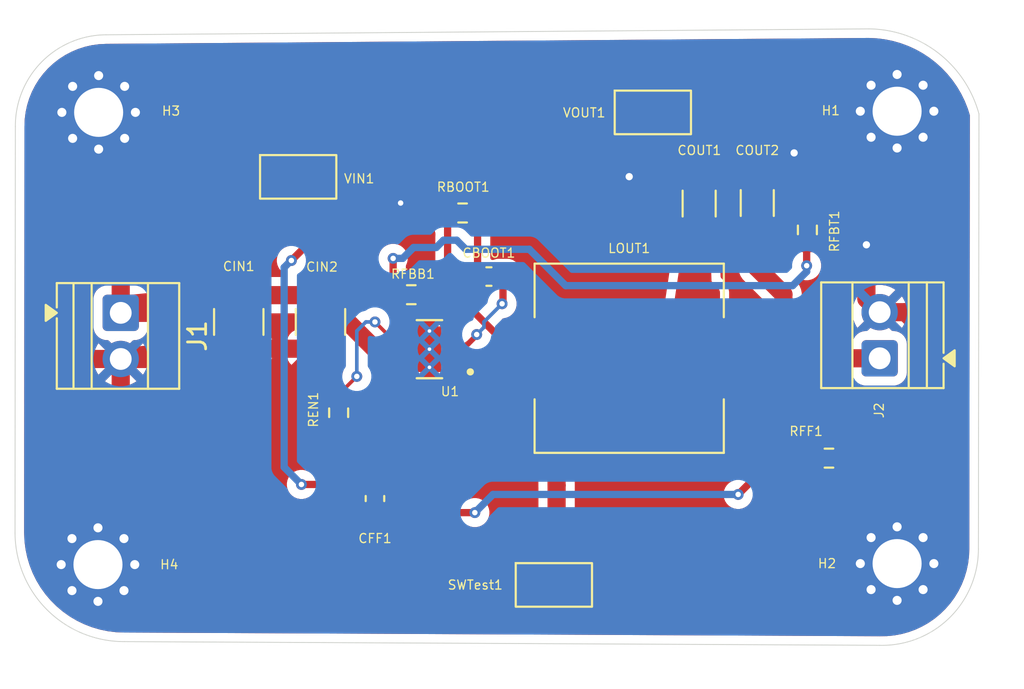
<source format=kicad_pcb>
(kicad_pcb (version 20241229) (generator "pcbnew") (generator_version "9.0")
  (title_block (title "LMR51450 7.4V 4A Buck Converter") (date "2025-09-13") (rev "V0.1") (company "HTRonics") (comment 1 "Akasam Harsha Vardhana Ganesh") (comment 2 "Made by"))
  (layers (0 "F.Cu" signal) (2 "B.Cu" signal) (13 "F.Paste" user) (15 "B.Paste" user) (5 "F.SilkS" user "F.Silkscreen") (7 "B.SilkS" user "B.Silkscreen") (1 "F.Mask" user) (3 "B.Mask" user) (25 "Edge.Cuts" user))
  (net 0 "")
  (net 1 "/FB")
  (net 2 "/SW")
  (net 3 "Net-(CBOOT1-Pad1)")
  (net 4 "/EN")
  (net 5 "/RT")
  (net 6 "/PG")
  (net 7 "/BOOT")
  (net 8 "Net-(CFF1-Pad1)")
  (net 9 "GND")
  (net 10 "/VOUT")
  (net 11 "/VIN")
  (footprint "Capacitor_SMD:C_1210_3225Metric" (layer "F.Cu") (at 145.808 94.808 -90)
    (property "Reference" "CIN2" (at -3.028 -0.082 180) (layer "F.SilkS") (effects (font (size 0.5 0.5) (thickness 0.07))))
    (property "Value" "100nF")
    (fp_line (start -0.711252 1.36) (end 0.711252 1.36) (stroke (width 0.12)) (layer "F.SilkS"))
    (fp_line (start -0.711252 -1.36) (end 0.711252 -1.36) (stroke (width 0.12)) (layer "F.SilkS"))
    (pad "1" smd roundrect (at -1.475 0 270) (size 1.15 2.7) (layers "F.Cu" "F.Mask" "F.Paste") (roundrect_rratio 0.217391) (net 11 "/VIN"))
    (pad "2" smd roundrect (at 1.475 0 270) (size 1.15 2.7) (layers "F.Cu" "F.Mask" "F.Paste") (roundrect_rratio 0.217391) (net 9 "GND"))
  )
  (footprint "TestPoint:TestPoint_Keystone_5019_Miniature" (layer "F.Cu") (at 144.58 86.82)
    (property "Reference" "VIN1" (at 3.36 0.1 0) (layer "F.SilkS") (effects (font (size 0.5 0.5) (thickness 0.07))))
    (property "Value" "5129")
    (fp_rect (start -2.1 -1.2) (end 2.1 1.2) (stroke (width 0.12)) (fill no) (layer "F.SilkS"))
    (pad "1" smd roundrect (at 0 0) (size 3.8 2) (layers "F.Cu" "F.Mask" "F.Paste") (roundrect_rratio 0.125) (net 11 "/VIN"))
  )
  (footprint "Capacitor_SMD:C_1206_3216Metric" (layer "F.Cu") (at 166.66 88.29 90)
    (property "Reference" "COUT1" (at 2.93 0.01 180) (layer "F.SilkS") (effects (font (size 0.5 0.5) (thickness 0.07))))
    (property "Value" "16V 47uF")
    (fp_line (start -0.711252 -0.91) (end 0.711252 -0.91) (stroke (width 0.12)) (layer "F.SilkS"))
    (fp_line (start -0.711252 0.91) (end 0.711252 0.91) (stroke (width 0.12)) (layer "F.SilkS"))
    (pad "1" smd roundrect (at -1.475 0 90) (size 1.15 1.8) (layers "F.Cu" "F.Mask" "F.Paste") (roundrect_rratio 0.217391) (net 10 "/VOUT"))
    (pad "2" smd roundrect (at 1.475 0 90) (size 1.15 1.8) (layers "F.Cu" "F.Mask" "F.Paste") (roundrect_rratio 0.217391) (net 9 "GND"))
  )
  (footprint "TestPoint:TestPoint_Keystone_5019_Miniature" (layer "F.Cu") (at 158.66 109.29)
    (property "Reference" "SWTest1" (at -4.33 0 0) (layer "F.SilkS") (effects (font (size 0.5 0.5) (thickness 0.07))))
    (property "Value" "5019")
    (fp_rect (start -2.1 -1.2) (end 2.1 1.2) (stroke (width 0.12)) (fill no) (layer "F.SilkS"))
    (pad "1" smd roundrect (at 0 0) (size 3.8 2) (layers "F.Cu" "F.Mask" "F.Paste") (roundrect_rratio 0.125) (net 2 "/SW"))
  )
  (footprint "Capacitor_SMD:C_1206_3216Metric" (layer "F.Cu") (at 169.86 88.26 90)
    (property "Reference" "COUT2" (at 2.9 0 180) (layer "F.SilkS") (effects (font (size 0.5 0.5) (thickness 0.07))))
    (property "Value" "16V 33uF")
    (fp_line (start -0.711252 -0.91) (end 0.711252 -0.91) (stroke (width 0.12)) (layer "F.SilkS"))
    (fp_line (start -0.711252 0.91) (end 0.711252 0.91) (stroke (width 0.12)) (layer "F.SilkS"))
    (pad "1" smd roundrect (at -1.475 0 90) (size 1.15 1.8) (layers "F.Cu" "F.Mask" "F.Paste") (roundrect_rratio 0.217391) (net 10 "/VOUT"))
    (pad "2" smd roundrect (at 1.475 0 90) (size 1.15 1.8) (layers "F.Cu" "F.Mask" "F.Paste") (roundrect_rratio 0.217391) (net 9 "GND"))
  )
  (footprint "Capacitor_SMD:C_0603_1608Metric" (layer "F.Cu") (at 155.083 92.308)
    (property "Reference" "CBOOT1" (at -0.003 -1.298 0) (layer "F.SilkS") (effects (font (size 0.5 0.5) (thickness 0.07))))
    (property "Value" "100nF 50V")
    (fp_line (start -0.14058 -0.51) (end 0.14058 -0.51) (stroke (width 0.12)) (layer "F.SilkS"))
    (fp_line (start -0.14058 0.51) (end 0.14058 0.51) (stroke (width 0.12)) (layer "F.SilkS"))
    (pad "1" smd roundrect (at -0.775 0) (size 0.9 0.95) (layers "F.Cu" "F.Mask" "F.Paste") (net 3 "Net-(CBOOT1-Pad1)"))
    (pad "2" smd roundrect (at 0.775 0) (size 0.9 0.95) (layers "F.Cu" "F.Mask" "F.Paste") (net 7 "/BOOT"))
  )
  (footprint "MountingHole:MountingHole_2.7mm_M2.5_Pad_Via" (layer "F.Cu") (at 177.56 83.205)
    (property "Reference" "H1" (at -3.65 -0.035 0) (layer "F.SilkS") (effects (font (size 0.5 0.5) (thickness 0.07))))
    (property "Value" "MH")
    (pad "1" thru_hole circle (at -2.025 0) (size 0.8 0.8) (drill 0.5) (layers "*.Cu" "*.Mask") (net 9 "GND"))
    (pad "1" thru_hole circle (at -1.431891 -1.431891) (size 0.8 0.8) (drill 0.5) (layers "*.Cu" "*.Mask") (net 9 "GND"))
    (pad "1" thru_hole circle (at -1.431891 1.431891) (size 0.8 0.8) (drill 0.5) (layers "*.Cu" "*.Mask") (net 9 "GND"))
    (pad "1" thru_hole circle (at 0 -2.025) (size 0.8 0.8) (drill 0.5) (layers "*.Cu" "*.Mask") (net 9 "GND"))
    (pad "1" thru_hole circle (at 0 0) (size 5.4 5.4) (drill 2.7) (layers "*.Cu" "*.Mask") (net 9 "GND"))
    (pad "1" thru_hole circle (at 0 2.025) (size 0.8 0.8) (drill 0.5) (layers "*.Cu" "*.Mask") (net 9 "GND"))
    (pad "1" thru_hole circle (at 1.431891 -1.431891) (size 0.8 0.8) (drill 0.5) (layers "*.Cu" "*.Mask") (net 9 "GND"))
    (pad "1" thru_hole circle (at 1.431891 1.431891) (size 0.8 0.8) (drill 0.5) (layers "*.Cu" "*.Mask") (net 9 "GND"))
    (pad "1" thru_hole circle (at 2.025 0) (size 0.8 0.8) (drill 0.5) (layers "*.Cu" "*.Mask") (net 9 "GND"))
  )
  (footprint "Capacitor_SMD:C_1210_3225Metric" (layer "F.Cu") (at 141.308 94.808 -90)
    (property "Reference" "CIN1" (at -3.058 0 180) (layer "F.SilkS") (effects (font (size 0.5 0.5) (thickness 0.07))))
    (property "Value" "4.7uF")
    (fp_line (start -0.711252 1.36) (end 0.711252 1.36) (stroke (width 0.12)) (layer "F.SilkS"))
    (fp_line (start -0.711252 -1.36) (end 0.711252 -1.36) (stroke (width 0.12)) (layer "F.SilkS"))
    (pad "1" smd roundrect (at -1.475 0 270) (size 1.15 2.7) (layers "F.Cu" "F.Mask" "F.Paste") (roundrect_rratio 0.217391) (net 11 "/VIN"))
    (pad "2" smd roundrect (at 1.475 0 270) (size 1.15 2.7) (layers "F.Cu" "F.Mask" "F.Paste") (roundrect_rratio 0.217391) (net 9 "GND"))
  )
  (footprint "LMR51450SDRRR:CONV_LMR51450SDRRR" (layer "F.Cu") (at 151.808 96.308 180)
    (property "Reference" "U1" (at -1.132 -2.332 0) (layer "F.SilkS") (effects (font (size 0.5 0.5) (thickness 0.07))))
    (property "Value" "LMR51450SDRRR")
    (fp_line (start -0.7 1.6) (end 0.7 1.6) (stroke (width 0.127)) (layer "F.SilkS"))
    (fp_line (start -0.7 -1.6) (end 0.7 -1.6) (stroke (width 0.127)) (layer "F.SilkS"))
    (fp_circle (center -2.25 -1.25) (end -2.15 -1.25) (stroke (width 0.2)) (fill no) (layer "F.SilkS"))
    (pad "1" smd roundrect (at -1.39 -1.25 180) (size 0.62 0.25) (layers "F.Cu" "F.Paste") (roundrect_rratio 0.2) (net 2 "/SW"))
    (pad "2" smd roundrect (at -1.39 -0.75 180) (size 0.62 0.25) (layers "F.Cu" "F.Paste") (roundrect_rratio 0.2) (net 2 "/SW"))
    (pad "3" smd roundrect (at -1.39 -0.25 180) (size 0.62 0.25) (layers "F.Cu" "F.Paste") (roundrect_rratio 0.2) (net 2 "/SW"))
    (pad "4" smd roundrect (at -1.39 0.25 180) (size 0.62 0.25) (layers "F.Cu" "F.Paste") (roundrect_rratio 0.2) (net 7 "/BOOT"))
    (pad "5" smd roundrect (at -1.39 0.75 180) (size 0.62 0.25) (layers "F.Cu" "F.Paste") (roundrect_rratio 0.2) (net 6 "/PG"))
    (pad "6" smd roundrect (at -1.39 1.25 180) (size 0.62 0.25) (layers "F.Cu" "F.Paste") (roundrect_rratio 0.2) (net 5 "/RT"))
    (pad "7" smd roundrect (at 1.39 1.25 180) (size 0.62 0.25) (layers "F.Cu" "F.Paste") (roundrect_rratio 0.2) (net 1 "/FB"))
    (pad "8" smd roundrect (at 1.39 0.75 180) (size 0.62 0.25) (layers "F.Cu" "F.Paste") (roundrect_rratio 0.2) (net 9 "GND"))
    (pad "9" smd roundrect (at 1.39 0.25 180) (size 0.62 0.25) (layers "F.Cu" "F.Paste") (roundrect_rratio 0.2) (net 4 "/EN"))
    (pad "10" smd roundrect (at 1.39 -0.25 180) (size 0.62 0.25) (layers "F.Cu" "F.Paste") (roundrect_rratio 0.2) (net 11 "/VIN"))
    (pad "11" smd roundrect (at 1.39 -0.75 180) (size 0.62 0.25) (layers "F.Cu" "F.Paste") (roundrect_rratio 0.2) (net 11 "/VIN"))
    (pad "12" smd roundrect (at 1.39 -1.25 180) (size 0.62 0.25) (layers "F.Cu" "F.Paste") (roundrect_rratio 0.2) (net 11 "/VIN"))
    (pad "13" smd custom (at 0 0 180) (size 0.5 0.5) (layers "F.Cu") (net 9 "GND") (options (clearance outline) (anchor rect)) (primitives (gr_poly (pts (xy -0.65 -1.2) (xy -0.65 1.2) (xy -0.65 1.203) (xy -0.65 1.205) (xy -0.649 1.208) (xy -0.649 1.21) (xy -0.648 1.213) (xy -0.648 1.215) (xy -0.647 1.218) (xy -0.646 1.22) (xy -0.645 1.223) (xy -0.643 1.225) (xy -0.642 1.227) (xy -0.64 1.229) (xy -0.639 1.231) (xy -0.637 1.233) (xy -0.635 1.235) (xy -0.633 1.237) (xy -0.631 1.239) (xy -0.629 1.24) (xy -0.627 1.242) (xy -0.625 1.243) (xy -0.623 1.245) (xy -0.62 1.246) (xy -0.618 1.247) (xy -0.615 1.248) (xy -0.613 1.248) (xy -0.61 1.249) (xy -0.608 1.249) (xy -0.605 1.25) (xy -0.603 1.25) (xy -0.6 1.25) (xy 0.6 1.25) (xy 0.603 1.25) (xy 0.605 1.25) (xy 0.608 1.249) (xy 0.61 1.249) (xy 0.613 1.248) (xy 0.615 1.248) (xy 0.618 1.247) (xy 0.62 1.246) (xy 0.623 1.245) (xy 0.625 1.243) (xy 0.627 1.242) (xy 0.629 1.24) (xy 0.631 1.239) (xy 0.633 1.237) (xy 0.635 1.235) (xy 0.637 1.233) (xy 0.639 1.231) (xy 0.64 1.229) (xy 0.642 1.227) (xy 0.643 1.225) (xy 0.645 1.223) (xy 0.646 1.22) (xy 0.647 1.218) (xy 0.648 1.215) (xy 0.648 1.213) (xy 0.649 1.21) (xy 0.649 1.208) (xy 0.65 1.205) (xy 0.65 1.203) (xy 0.65 1.2) (xy 0.65 -1.2) (xy 0.65 -1.203) (xy 0.65 -1.205) (xy 0.649 -1.208) (xy 0.649 -1.21) (xy 0.648 -1.213) (xy 0.648 -1.215) (xy 0.647 -1.218) (xy 0.646 -1.22) (xy 0.645 -1.223) (xy 0.643 -1.225) (xy 0.642 -1.227) (xy 0.64 -1.229) (xy 0.639 -1.231) (xy 0.637 -1.233) (xy 0.635 -1.235) (xy 0.633 -1.237) (xy 0.631 -1.239) (xy 0.629 -1.24) (xy 0.627 -1.242) (xy 0.625 -1.243) (xy 0.623 -1.245) (xy 0.62 -1.246) (xy 0.618 -1.247) (xy 0.615 -1.248) (xy 0.613 -1.248) (xy 0.61 -1.249) (xy 0.608 -1.249) (xy 0.605 -1.25) (xy 0.603 -1.25) (xy 0.6 -1.25) (xy -0.6 -1.25) (xy -0.603 -1.25) (xy -0.605 -1.25) (xy -0.608 -1.249) (xy -0.61 -1.249) (xy -0.613 -1.248) (xy -0.615 -1.248) (xy -0.618 -1.247) (xy -0.62 -1.246) (xy -0.623 -1.245) (xy -0.625 -1.243) (xy -0.627 -1.242) (xy -0.629 -1.24) (xy -0.631 -1.239) (xy -0.633 -1.237) (xy -0.635 -1.235) (xy -0.637 -1.233) (xy -0.639 -1.231) (xy -0.64 -1.229) (xy -0.642 -1.227) (xy -0.643 -1.225) (xy -0.645 -1.223) (xy -0.646 -1.22) (xy -0.647 -1.218) (xy -0.648 -1.215) (xy -0.648 -1.213) (xy -0.649 -1.21) (xy -0.649 -1.208) (xy -0.65 -1.205) (xy -0.65 -1.203) (xy -0.65 -1.2)) (width 0.01) (fill yes))))
    (pad "14" thru_hole circle (at 0 -1 180) (size 0.3 0.3) (drill 0.2) (layers "*.Cu") (net 9 "GND"))
    (pad "15" thru_hole circle (at 0 0 180) (size 0.3 0.3) (drill 0.2) (layers "*.Cu") (net 9 "GND"))
    (pad "16" thru_hole circle (at 0 1 180) (size 0.3 0.3) (drill 0.2) (layers "*.Cu") (net 9 "GND"))
  )
  (footprint "MountingHole:MountingHole_2.7mm_M2.5_Pad_Via" (layer "F.Cu") (at 133.555 108.17)
    (property "Reference" "H4" (at 3.925 0 0) (layer "F.SilkS") (effects (font (size 0.5 0.5) (thickness 0.07))))
    (property "Value" "MH")
    (pad "1" thru_hole circle (at -2.025 0) (size 0.8 0.8) (drill 0.5) (layers "*.Cu" "*.Mask") (net 9 "GND"))
    (pad "1" thru_hole circle (at -1.431891 -1.431891) (size 0.8 0.8) (drill 0.5) (layers "*.Cu" "*.Mask") (net 9 "GND"))
    (pad "1" thru_hole circle (at -1.431891 1.431891) (size 0.8 0.8) (drill 0.5) (layers "*.Cu" "*.Mask") (net 9 "GND"))
    (pad "1" thru_hole circle (at 0 -2.025) (size 0.8 0.8) (drill 0.5) (layers "*.Cu" "*.Mask") (net 9 "GND"))
    (pad "1" thru_hole circle (at 0 0) (size 5.4 5.4) (drill 2.7) (layers "*.Cu" "*.Mask") (net 9 "GND"))
    (pad "1" thru_hole circle (at 0 2.025) (size 0.8 0.8) (drill 0.5) (layers "*.Cu" "*.Mask") (net 9 "GND"))
    (pad "1" thru_hole circle (at 1.431891 -1.431891) (size 0.8 0.8) (drill 0.5) (layers "*.Cu" "*.Mask") (net 9 "GND"))
    (pad "1" thru_hole circle (at 1.431891 1.431891) (size 0.8 0.8) (drill 0.5) (layers "*.Cu" "*.Mask") (net 9 "GND"))
    (pad "1" thru_hole circle (at 2.025 0) (size 0.8 0.8) (drill 0.5) (layers "*.Cu" "*.Mask") (net 9 "GND"))
  )
  (footprint "MountingHole:MountingHole_2.7mm_M2.5_Pad_Via" (layer "F.Cu") (at 133.591891 83.268109)
    (property "Reference" "H3" (at 3.988109 -0.078109 0) (layer "F.SilkS") (effects (font (size 0.5 0.5) (thickness 0.07))))
    (property "Value" "MH")
    (pad "1" thru_hole circle (at -2.025 0) (size 0.8 0.8) (drill 0.5) (layers "*.Cu" "*.Mask") (net 9 "GND"))
    (pad "1" thru_hole circle (at -1.431891 -1.431891) (size 0.8 0.8) (drill 0.5) (layers "*.Cu" "*.Mask") (net 9 "GND"))
    (pad "1" thru_hole circle (at -1.431891 1.431891) (size 0.8 0.8) (drill 0.5) (layers "*.Cu" "*.Mask") (net 9 "GND"))
    (pad "1" thru_hole circle (at 0 -2.025) (size 0.8 0.8) (drill 0.5) (layers "*.Cu" "*.Mask") (net 9 "GND"))
    (pad "1" thru_hole circle (at 0 0) (size 5.4 5.4) (drill 2.7) (layers "*.Cu" "*.Mask") (net 9 "GND"))
    (pad "1" thru_hole circle (at 0 2.025) (size 0.8 0.8) (drill 0.5) (layers "*.Cu" "*.Mask") (net 9 "GND"))
    (pad "1" thru_hole circle (at 1.431891 -1.431891) (size 0.8 0.8) (drill 0.5) (layers "*.Cu" "*.Mask") (net 9 "GND"))
    (pad "1" thru_hole circle (at 1.431891 1.431891) (size 0.8 0.8) (drill 0.5) (layers "*.Cu" "*.Mask") (net 9 "GND"))
    (pad "1" thru_hole circle (at 2.025 0) (size 0.8 0.8) (drill 0.5) (layers "*.Cu" "*.Mask") (net 9 "GND"))
  )
  (footprint "Inductor_SMD:L_Wuerth_HCI-1040" (layer "F.Cu") (at 162.808 96.808)
    (property "Reference" "LOUT1" (at 0 -6.05 0) (layer "F.SilkS") (effects (font (size 0.5 0.5) (thickness 0.07))))
    (property "Value" "10uH")
    (fp_line (start -5.21 -5.21) (end 5.21 -5.21) (stroke (width 0.12)) (layer "F.SilkS"))
    (fp_line (start -5.21 -2.26) (end -5.21 -5.21) (stroke (width 0.12)) (layer "F.SilkS"))
    (fp_line (start -5.21 5.21) (end -5.21 2.26) (stroke (width 0.12)) (layer "F.SilkS"))
    (fp_line (start 5.21 -5.21) (end 5.21 -2.26) (stroke (width 0.12)) (layer "F.SilkS"))
    (fp_line (start 5.21 2.26) (end 5.21 5.21) (stroke (width 0.12)) (layer "F.SilkS"))
    (fp_line (start 5.21 5.21) (end -5.21 5.21) (stroke (width 0.12)) (layer "F.SilkS"))
    (pad "1" smd roundrect (at -4 0) (size 3.5 4) (layers "F.Cu" "F.Mask" "F.Paste") (roundrect_rratio 0.071429) (net 2 "/SW"))
    (pad "2" smd roundrect (at 4 0) (size 3.5 4) (layers "F.Cu" "F.Mask" "F.Paste") (roundrect_rratio 0.071429) (net 10 "/VOUT"))
  )
  (footprint "Resistor_SMD:R_0603_1608Metric" (layer "F.Cu") (at 153.633 88.808 180)
    (property "Reference" "RBOOT1" (at -0.037 1.428 0) (layer "F.SilkS") (effects (font (size 0.5 0.5) (thickness 0.07))))
    (property "Value" "0" (hide yes))
    (fp_line (start -0.237258 0.5225) (end 0.237258 0.5225) (stroke (width 0.12)) (layer "F.SilkS"))
    (fp_line (start -0.237258 -0.5225) (end 0.237258 -0.5225) (stroke (width 0.12)) (layer "F.SilkS"))
    (pad "1" smd roundrect (at -0.825 0 180) (size 0.8 0.95) (layers "F.Cu" "F.Mask" "F.Paste") (net 3 "Net-(CBOOT1-Pad1)"))
    (pad "2" smd roundrect (at 0.825 0 180) (size 0.8 0.95) (layers "F.Cu" "F.Mask" "F.Paste") (net 2 "/SW"))
  )
  (footprint "MountingHole:MountingHole_2.7mm_M2.5_Pad_Via" (layer "F.Cu") (at 177.56 108.115)
    (property "Reference" "H2" (at -3.86 -0.005 0) (layer "F.SilkS") (effects (font (size 0.5 0.5) (thickness 0.07))))
    (property "Value" "MH")
    (pad "1" thru_hole circle (at -2.025 0) (size 0.8 0.8) (drill 0.5) (layers "*.Cu" "*.Mask") (net 9 "GND"))
    (pad "1" thru_hole circle (at -1.431891 -1.431891) (size 0.8 0.8) (drill 0.5) (layers "*.Cu" "*.Mask") (net 9 "GND"))
    (pad "1" thru_hole circle (at -1.431891 1.431891) (size 0.8 0.8) (drill 0.5) (layers "*.Cu" "*.Mask") (net 9 "GND"))
    (pad "1" thru_hole circle (at 0 -2.025) (size 0.8 0.8) (drill 0.5) (layers "*.Cu" "*.Mask") (net 9 "GND"))
    (pad "1" thru_hole circle (at 0 0) (size 5.4 5.4) (drill 2.7) (layers "*.Cu" "*.Mask") (net 9 "GND"))
    (pad "1" thru_hole circle (at 0 2.025) (size 0.8 0.8) (drill 0.5) (layers "*.Cu" "*.Mask") (net 9 "GND"))
    (pad "1" thru_hole circle (at 1.431891 -1.431891) (size 0.8 0.8) (drill 0.5) (layers "*.Cu" "*.Mask") (net 9 "GND"))
    (pad "1" thru_hole circle (at 1.431891 1.431891) (size 0.8 0.8) (drill 0.5) (layers "*.Cu" "*.Mask") (net 9 "GND"))
    (pad "1" thru_hole circle (at 2.025 0) (size 0.8 0.8) (drill 0.5) (layers "*.Cu" "*.Mask") (net 9 "GND"))
  )
  (footprint "Resistor_SMD:R_0603_1608Metric" (layer "F.Cu") (at 150.808 93.308)
    (property "Reference" "RFBB1" (at 0.092 -1.138 0) (layer "F.SilkS") (effects (font (size 0.5 0.5) (thickness 0.07))))
    (property "Value" "12.1k")
    (fp_line (start -0.237258 -0.5225) (end 0.237258 -0.5225) (stroke (width 0.12)) (layer "F.SilkS"))
    (fp_line (start -0.237258 0.5225) (end 0.237258 0.5225) (stroke (width 0.12)) (layer "F.SilkS"))
    (pad "1" smd roundrect (at -0.825 0) (size 0.8 0.95) (layers "F.Cu" "F.Mask" "F.Paste") (net 1 "/FB"))
    (pad "2" smd roundrect (at 0.825 0) (size 0.8 0.95) (layers "F.Cu" "F.Mask" "F.Paste") (net 9 "GND"))
  )
  (footprint "TestPoint:TestPoint_Keystone_5019_Miniature" (layer "F.Cu") (at 164.11 83.27)
    (property "Reference" "VOUT1" (at -3.78 0.02 0) (layer "F.SilkS") (effects (font (size 0.5 0.5) (thickness 0.07))))
    (property "Value" "5129")
    (fp_rect (start -2.1 -1.2) (end 2.1 1.2) (stroke (width 0.12)) (fill no) (layer "F.SilkS"))
    (pad "1" smd roundrect (at 0 0) (size 3.8 2) (layers "F.Cu" "F.Mask" "F.Paste") (roundrect_rratio 0.125) (net 10 "/VOUT"))
  )
  (footprint "TerminalBlock:TerminalBlock_Xinya_XY308-2.54-2P_1x02_P2.54mm_Horizontal" (layer "F.Cu") (at 176.6 96.81 90)
    (property "Reference" "J2" (at -2.87 -0.03 90) (layer "F.SilkS") (effects (font (size 0.5 0.5) (thickness 0.07))))
    (property "Value" "Conn_01x02_Socket")
    (fp_line (start 4.18 -3.22) (end 4.18 3.52) (stroke (width 0.12)) (layer "F.SilkS"))
    (fp_line (start -1.64 -3.22) (end 4.18 -3.22) (stroke (width 0.12)) (layer "F.SilkS"))
    (fp_line (start -1.64 -1.5) (end 4.18 -1.5) (stroke (width 0.12)) (layer "F.SilkS"))
    (fp_line (start -1.64 1.6) (end 4.18 1.6) (stroke (width 0.12)) (layer "F.SilkS"))
    (fp_line (start -1.64 2.6) (end 4.18 2.6) (stroke (width 0.12)) (layer "F.SilkS"))
    (fp_line (start 4.18 3.52) (end 0.3 3.52) (stroke (width 0.12)) (layer "F.SilkS"))
    (fp_line (start -0.3 3.52) (end -1.64 3.52) (stroke (width 0.12)) (layer "F.SilkS"))
    (fp_line (start -1.64 3.52) (end -1.64 -3.22) (stroke (width 0.12)) (layer "F.SilkS"))
    (fp_poly (pts (xy 0 3.52) (xy 0.44 4.13) (xy -0.44 4.13)) (stroke (width 0.12)) (fill yes) (layer "F.SilkS"))
    (pad "1" thru_hole roundrect (at 0 0 90) (size 2 2) (drill 1.2) (layers "*.Cu" "*.Mask") (roundrect_rratio 0.125) (net 10 "/VOUT"))
    (pad "2" thru_hole circle (at 2.54 0 90) (size 2 2) (drill 1.2) (layers "*.Cu" "*.Mask") (net 9 "GND"))
  )
  (footprint "Resistor_SMD:R_0603_1608Metric" (layer "F.Cu") (at 173.808 102.308 180)
    (property "Reference" "RFF1" (at 1.258 1.478 0) (layer "F.SilkS") (effects (font (size 0.5 0.5) (thickness 0.07))))
    (property "Value" "1k")
    (fp_line (start -0.237258 0.5225) (end 0.237258 0.5225) (stroke (width 0.12)) (layer "F.SilkS"))
    (fp_line (start -0.237258 -0.5225) (end 0.237258 -0.5225) (stroke (width 0.12)) (layer "F.SilkS"))
    (pad "1" smd roundrect (at -0.825 0 180) (size 0.8 0.95) (layers "F.Cu" "F.Mask" "F.Paste") (net 10 "/VOUT"))
    (pad "2" smd roundrect (at 0.825 0 180) (size 0.8 0.95) (layers "F.Cu" "F.Mask" "F.Paste") (net 8 "Net-(CFF1-Pad1)"))
  )
  (footprint "Resistor_SMD:R_0603_1608Metric" (layer "F.Cu") (at 146.808 99.808 90)
    (property "Reference" "REN1" (at 0.168 -1.388 90) (layer "F.SilkS") (effects (font (size 0.5 0.5) (thickness 0.07))))
    (property "Value" "0")
    (fp_line (start -0.237258 -0.5225) (end 0.237258 -0.5225) (stroke (width 0.12)) (layer "F.SilkS"))
    (fp_line (start -0.237258 0.5225) (end 0.237258 0.5225) (stroke (width 0.12)) (layer "F.SilkS"))
    (pad "1" smd roundrect (at -0.825 0 90) (size 0.8 0.95) (layers "F.Cu" "F.Mask" "F.Paste") (net 11 "/VIN"))
    (pad "2" smd roundrect (at 0.825 0 90) (size 0.8 0.95) (layers "F.Cu" "F.Mask" "F.Paste") (net 4 "/EN"))
  )
  (footprint "Capacitor_SMD:C_0603_1608Metric" (layer "F.Cu") (at 148.808 104.533 90)
    (property "Reference" "CFF1" (at -2.197 0.002 180) (layer "F.SilkS") (effects (font (size 0.5 0.5) (thickness 0.07))))
    (property "Value" "33pF")
    (fp_line (start -0.14058 -0.51) (end 0.14058 -0.51) (stroke (width 0.12)) (layer "F.SilkS"))
    (fp_line (start -0.14058 0.51) (end 0.14058 0.51) (stroke (width 0.12)) (layer "F.SilkS"))
    (pad "1" smd roundrect (at -0.775 0 90) (size 0.9 0.95) (layers "F.Cu" "F.Mask" "F.Paste") (net 8 "Net-(CFF1-Pad1)"))
    (pad "2" smd roundrect (at 0.775 0 90) (size 0.9 0.95) (layers "F.Cu" "F.Mask" "F.Paste") (net 1 "/FB"))
  )
  (footprint "TerminalBlock:TerminalBlock_Xinya_XY308-2.54-2P_1x02_P2.54mm_Horizontal" (layer "F.Cu") (at 134.808 94.308 -90)
    (property "Reference" "J1" (at 1.27 -4.22 90) (layer "F.SilkS"))
    (property "Value" "Conn_01x02_Socket")
    (fp_line (start -1.64 3.52) (end -1.64 -3.22) (stroke (width 0.12)) (layer "F.SilkS"))
    (fp_line (start -0.3 3.52) (end -1.64 3.52) (stroke (width 0.12)) (layer "F.SilkS"))
    (fp_line (start 4.18 3.52) (end 0.3 3.52) (stroke (width 0.12)) (layer "F.SilkS"))
    (fp_line (start -1.64 2.6) (end 4.18 2.6) (stroke (width 0.12)) (layer "F.SilkS"))
    (fp_line (start -1.64 1.6) (end 4.18 1.6) (stroke (width 0.12)) (layer "F.SilkS"))
    (fp_line (start -1.64 -1.5) (end 4.18 -1.5) (stroke (width 0.12)) (layer "F.SilkS"))
    (fp_line (start -1.64 -3.22) (end 4.18 -3.22) (stroke (width 0.12)) (layer "F.SilkS"))
    (fp_line (start 4.18 -3.22) (end 4.18 3.52) (stroke (width 0.12)) (layer "F.SilkS"))
    (fp_poly (pts (xy 0 3.52) (xy 0.44 4.13) (xy -0.44 4.13)) (stroke (width 0.12)) (fill yes) (layer "F.SilkS"))
    (pad "1" thru_hole roundrect (at 0 0 270) (size 2 2) (drill 1.2) (layers "*.Cu" "*.Mask") (roundrect_rratio 0.125) (net 11 "/VIN"))
    (pad "2" thru_hole circle (at 2.54 0 270) (size 2 2) (drill 1.2) (layers "*.Cu" "*.Mask") (net 9 "GND"))
  )
  (footprint "Resistor_SMD:R_0603_1608Metric" (layer "F.Cu") (at 172.62 89.74 -90)
    (property "Reference" "RFBT1" (at 0.08 -1.49 90) (layer "F.SilkS") (effects (font (size 0.5 0.5) (thickness 0.07))))
    (property "Value" "100K")
    (fp_line (start -0.237258 0.5225) (end 0.237258 0.5225) (stroke (width 0.12)) (layer "F.SilkS"))
    (fp_line (start -0.237258 -0.5225) (end 0.237258 -0.5225) (stroke (width 0.12)) (layer "F.SilkS"))
    (pad "1" smd roundrect (at -0.825 0 270) (size 0.8 0.95) (layers "F.Cu" "F.Mask" "F.Paste") (net 10 "/VOUT"))
    (pad "2" smd roundrect (at 0.825 0 270) (size 0.8 0.95) (layers "F.Cu" "F.Mask" "F.Paste") (net 1 "/FB"))
  )
  (gr_poly (pts (xy 135.548 96.278) (xy 140.178 95.808) (xy 142.428 95.808) (xy 142.378 96.768) (xy 135.588 96.968) (xy 135.538 96.278)) (stroke (width 0.2)) (fill yes) (layer "F.Cu") (net 9))
  (gr_poly (pts (xy 135.431794 93.405969) (xy 140.268 92.896895) (xy 140.268 94.092) (xy 135.569 94.092)) (stroke (width 0.2)) (fill yes) (layer "F.Cu") (net 11))
  (gr_rect (start 156.778 96.124) (end 157.159 96.251) (stroke (width 0.2)) (fill no) (layer "F.Cu") (net 2))
  (gr_poly (pts (xy 166.04 89.37) (xy 165.188 95.058) (xy 167.328 95.018) (xy 167.128 89.328)) (stroke (width 0.2)) (fill yes) (layer "F.Cu") (net 10))
  (gr_poly (pts (xy 153.857 97.521) (xy 157.413 97.521) (xy 157.413 96.505) (xy 157.413 96.378) (xy 153.222 96.505) (xy 153.222 97.521)) (stroke (width 0.2)) (fill yes) (layer "F.Cu") (net 2))
  (gr_arc (start 176.013414 78.669637) (mid 179.824715 79.995909) (end 182.067488 83.350754) (stroke (width 0.05)) (layer "Edge.Cuts"))
  (gr_line (start 129.005668 84.044349) (end 128.988591 106.418486) (stroke (width 0.05)) (layer "Edge.Cuts"))
  (gr_line (start 182.037161 107.31) (end 182.067488 83.350754) (stroke (width 0.05)) (layer "Edge.Cuts"))
  (gr_arc (start 135.001861 112.411404) (mid 130.754722 110.661989) (end 128.988596 106.421771) (stroke (width 0.05)) (layer "Edge.Cuts"))
  (gr_arc (start 182.037161 107.31) (mid 180.430985 111.113771) (end 176.584652 112.61517) (stroke (width 0.05)) (layer "Edge.Cuts"))
  (gr_line (start 133.993997 78.995738) (end 176.013384 78.669637) (stroke (width 0.05)) (layer "Edge.Cuts"))
  (gr_line (start 135.001861 112.411404) (end 176.584642 112.61517) (stroke (width 0.05)) (layer "Edge.Cuts"))
  (gr_arc (start 129.005668 84.044449) (mid 130.455891 80.488676) (end 133.993942 78.995738) (stroke (width 0.05)) (layer "Edge.Cuts"))
  (segment (start 149.808 91.308) (end 149.808 93.133) (width 0.4) (layer "F.Cu") (net 1))
  (segment (start 172.58 91.71) (end 172.58 90.605) (width 0.4) (layer "F.Cu") (net 1))
  (segment (start 144.758 103.758) (end 148.808 103.758) (width 0.4) (layer "F.Cu") (net 1))
  (segment (start 150.418 93.743) (end 149.983 93.308) (width 0.3) (layer "F.Cu") (net 1))
  (segment (start 172.58 90.605) (end 172.62 90.565) (width 0.4) (layer "F.Cu") (net 1))
  (segment (start 144.205 91.425) (end 144.822 90.808) (width 0.4) (layer "F.Cu") (net 1))
  (segment (start 150.418 95.058) (end 150.418 93.743) (width 0.3) (layer "F.Cu") (net 1))
  (segment (start 144.822 90.808) (end 147.483 90.808) (width 0.4) (layer "F.Cu") (net 1))
  (segment (start 149.808 93.133) (end 149.983 93.308) (width 0.4) (layer "F.Cu") (net 1))
  (segment (start 147.483 90.808) (end 149.983 93.308) (width 0.4) (layer "F.Cu") (net 1))
  (via (at 172.58 91.71) (size 0.6) (drill 0.3) (layers "F.Cu" "B.Cu") (net 1))
  (via (at 149.808 91.308) (size 0.6) (drill 0.3) (layers "F.Cu" "B.Cu") (net 1))
  (via (at 144.758 103.758) (size 0.6) (drill 0.3) (layers "F.Cu" "B.Cu") (net 1))
  (via (at 144.205 91.425) (size 0.6) (drill 0.3) (layers "F.Cu" "B.Cu") (net 1))
  (segment (start 143.808 102.808) (end 143.808 91.808) (width 0.4) (layer "B.Cu") (net 1))
  (segment (start 153.308 90.308) (end 152.582206 90.308) (width 0.4) (layer "B.Cu") (net 1))
  (segment (start 172.58 92.036) (end 171.808 92.808) (width 0.4) (layer "B.Cu") (net 1))
  (segment (start 157.308 90.808) (end 153.808 90.808) (width 0.4) (layer "B.Cu") (net 1))
  (segment (start 153.808 90.808) (end 153.308 90.308) (width 0.4) (layer "B.Cu") (net 1))
  (segment (start 172.58 91.71) (end 172.58 92.036) (width 0.4) (layer "B.Cu") (net 1))
  (segment (start 152.582206 90.308) (end 152.181206 90.709) (width 0.4) (layer "B.Cu") (net 1))
  (segment (start 144.191 91.425) (end 144.205 91.425) (width 0.4) (layer "B.Cu") (net 1))
  (segment (start 152.181206 90.709) (end 150.934793 90.708999) (width 0.4) (layer "B.Cu") (net 1))
  (segment (start 171.808 92.808) (end 159.308 92.808) (width 0.4) (layer "B.Cu") (net 1))
  (segment (start 150.335792 91.308) (end 149.808 91.308) (width 0.4) (layer "B.Cu") (net 1))
  (segment (start 144.758 103.758) (end 143.808 102.808) (width 0.4) (layer "B.Cu") (net 1))
  (segment (start 143.808 91.808) (end 144.191 91.425) (width 0.4) (layer "B.Cu") (net 1))
  (segment (start 150.934793 90.708999) (end 150.335792 91.308) (width 0.4) (layer "B.Cu") (net 1))
  (segment (start 159.308 92.808) (end 157.308 90.808) (width 0.4) (layer "B.Cu") (net 1))
  (segment (start 156.871 96.031) (end 158.031 96.031) (width 0.3) (layer "F.Cu") (net 2))
  (segment (start 158.558 97.058) (end 158.808 96.808) (width 0.2) (layer "F.Cu") (net 2))
  (segment (start 158.808 96.808) (end 158.808 103.808) (width 1) (layer "F.Cu") (net 2))
  (segment (start 152.808 92.808) (end 155.762 95.762) (width 0.4) (layer "F.Cu") (net 2))
  (segment (start 153.198 96.558) (end 155.762 96.558) (width 0.3) (layer "F.Cu") (net 2))
  (segment (start 152.808 88.808) (end 152.808 92.808) (width 0.4) (layer "F.Cu") (net 2))
  (segment (start 158.808 103.808) (end 158.81 103.81) (width 1) (layer "F.Cu") (net 2))
  (segment (start 156.344 96.558) (end 156.871 96.031) (width 0.3) (layer "F.Cu") (net 2))
  (segment (start 158.308 96.808) (end 158.058 96.558) (width 0.2) (layer "F.Cu") (net 2))
  (segment (start 158.81 109.14) (end 158.66 109.29) (width 1) (layer "F.Cu") (net 2))
  (segment (start 158.81 103.81) (end 158.81 109.14) (width 1) (layer "F.Cu") (net 2))
  (segment (start 158.031 96.031) (end 158.808 96.808) (width 0.2) (layer "F.Cu") (net 2))
  (segment (start 153.198 97.058) (end 158.558 97.058) (width 0.3) (layer "F.Cu") (net 2))
  (segment (start 155.762 96.558) (end 156.344 96.558) (width 0.3) (layer "F.Cu") (net 2))
  (segment (start 155.762 95.762) (end 155.762 96.558) (width 0.4) (layer "F.Cu") (net 2))
  (segment (start 153.198 97.558) (end 158.058 97.558) (width 0.3) (layer "F.Cu") (net 2))
  (segment (start 154.458 92.158) (end 154.308 92.308) (width 0.2) (layer "F.Cu") (net 3))
  (segment (start 154.458 88.808) (end 154.458 92.158) (width 0.4) (layer "F.Cu") (net 3))
  (segment (start 146.808 98.983) (end 146.808 98.808) (width 0.2) (layer "F.Cu") (net 4))
  (segment (start 146.808 98.808) (end 147.808 97.808) (width 0.2) (layer "F.Cu") (net 4))
  (segment (start 150.058 96.058) (end 150.418 96.058) (width 0.2) (layer "F.Cu") (net 4))
  (segment (start 148.808 94.808) (end 150.058 96.058) (width 0.2) (layer "F.Cu") (net 4))
  (via (at 148.808 94.808) (size 0.6) (drill 0.3) (layers "F.Cu" "B.Cu") (net 4))
  (via (at 147.808 97.808) (size 0.6) (drill 0.3) (layers "F.Cu" "B.Cu") (net 4))
  (segment (start 147.808 95.308) (end 147.808 97.808) (width 0.2) (layer "B.Cu") (net 4))
  (segment (start 148.308 94.808) (end 147.808 95.308) (width 0.2) (layer "B.Cu") (net 4))
  (segment (start 148.808 94.808) (end 148.308 94.808) (width 0.2) (layer "B.Cu") (net 4))
  (segment (start 153.198 96.058) (end 153.892 96.058) (width 0.2) (layer "F.Cu") (net 7))
  (segment (start 153.923 96.027) (end 153.892 96.027) (width 0.3) (layer "F.Cu") (net 7))
  (segment (start 154.411 95.539) (end 153.923 96.027) (width 0.3) (layer "F.Cu") (net 7))
  (segment (start 155.858 92.308) (end 155.858 93.758) (width 0.4) (layer "F.Cu") (net 7))
  (segment (start 155.858 93.758) (end 155.808 93.808) (width 0.2) (layer "F.Cu") (net 7))
  (via (at 155.808 93.808) (size 0.6) (drill 0.3) (layers "F.Cu" "B.Cu") (net 7))
  (via (at 154.41 95.5) (size 0.6) (drill 0.3) (layers "F.Cu" "B.Cu") (net 7))
  (segment (start 154.808 95.102) (end 154.808 94.808) (width 0.2) (layer "B.Cu") (net 7))
  (segment (start 154.41 95.5) (end 154.808 95.102) (width 0.2) (layer "B.Cu") (net 7))
  (segment (start 154.808 94.808) (end 155.808 93.808) (width 0.2) (layer "B.Cu") (net 7))
  (segment (start 148.808 105.308) (end 154.308 105.308) (width 0.4) (layer "F.Cu") (net 8))
  (segment (start 170.808 102.308) (end 168.808 104.308) (width 0.4) (layer "F.Cu") (net 8))
  (segment (start 172.983 102.308) (end 170.808 102.308) (width 0.4) (layer "F.Cu") (net 8))
  (via (at 154.308 105.308) (size 0.6) (drill 0.3) (layers "F.Cu" "B.Cu") (net 8))
  (via (at 168.808 104.308) (size 0.6) (drill 0.3) (layers "F.Cu" "B.Cu") (net 8))
  (segment (start 155.308 104.308) (end 154.308 105.308) (width 0.4) (layer "B.Cu") (net 8))
  (segment (start 168.808 104.308) (end 155.308 104.308) (width 0.4) (layer "B.Cu") (net 8))
  (segment (start 150.22 88.26) (end 150.22 88.72) (width 1) (layer "F.Cu") (net 9))
  (segment (start 171.89 85.5) (end 171.89 86.251) (width 1) (layer "F.Cu") (net 9))
  (segment (start 151.808 100.808) (end 150.808 101.808) (width 1) (layer "F.Cu") (net 9))
  (segment (start 142.283 100.171) (end 142.283 99.808) (width 1) (layer "F.Cu") (net 9))
  (segment (start 179.28 95.535787) (end 179.28 100.1) (width 1) (layer "F.Cu") (net 9))
  (segment (start 142.3 100.188) (end 142.283 100.171) (width 1) (layer "F.Cu") (net 9))
  (segment (start 151.633 93.308) (end 151.633 96.133) (width 1) (layer "F.Cu") (net 9))
  (segment (start 167.308 86.808) (end 162.808 86.808) (width 1) (layer "F.Cu") (net 9))
  (segment (start 175.87 93.54) (end 176.6 94.27) (width 1) (layer "F.Cu") (net 9))
  (segment (start 141.308 96.283) (end 145.808 96.283) (width 1) (layer "F.Cu") (net 9))
  (segment (start 178.014213 94.27) (end 179.28 95.535787) (width 1) (layer "F.Cu") (net 9))
  (segment (start 134.81 104.57) (end 133.555 105.825) (width 1) (layer "F.Cu") (net 9))
  (segment (start 150.958 89.308) (end 150.958 88.998) (width 0.2) (layer "F.Cu") (net 9))
  (segment (start 171.89 86.251) (end 171.308 86.833) (width 1) (layer "F.Cu") (net 9))
  (segment (start 131.57 85.29) (end 133.591891 83.268109) (width 1) (layer "F.Cu") (net 9))
  (segment (start 151.483 89.983) (end 151.633 89.983) (width 1) (layer "F.Cu") (net 9))
  (segment (start 134.808 107.098218) (end 134.168109 107.738109) (width 1) (layer "F.Cu") (net 9))
  (segment (start 134.808 96.848) (end 140.743 96.848) (width 1) (layer "F.Cu") (net 9))
  (segment (start 171.283 86.808) (end 171.308 86.833) (width 0.2) (layer "F.Cu") (net 9))
  (segment (start 151.808 96.308) (end 151.808 100.808) (width 1) (layer "F.Cu") (net 9))
  (segment (start 134.808 96.848) (end 134.808 104.568) (width 1) (layer "F.Cu") (net 9))
  (segment (start 177.56 101.82) (end 177.56 108.115) (width 1) (layer "F.Cu") (net 9))
  (segment (start 134.808 104.568) (end 134.81 104.57) (width 1) (layer "F.Cu") (net 9))
  (segment (start 132.228 96.848) (end 131.57 96.19) (width 1) (layer "F.Cu") (net 9))
  (segment (start 145.808 96.283) (end 146.283 96.283) (width 1) (layer "F.Cu") (net 9))
  (segment (start 151.633 96.133) (end 151.808 96.308) (width 1) (layer "F.Cu") (net 9))
  (segment (start 150.958 88.998) (end 150.22 88.26) (width 0.2) (layer "F.Cu") (net 9))
  (segment (start 167.308 86.808) (end 171.283 86.808) (width 1) (layer "F.Cu") (net 9))
  (segment (start 131.57 96.19) (end 131.57 85.29) (width 1) (layer "F.Cu") (net 9))
  (segment (start 148.464521 102.308) (end 143.808 102.308) (width 1) (layer "F.Cu") (net 9))
  (segment (start 175.87 90.56) (end 175.87 93.54) (width 1) (layer "F.Cu") (net 9))
  (segment (start 142.283 99.808) (end 145.808 96.283) (width 1) (layer "F.Cu") (net 9))
  (segment (start 150.808 101.808) (end 148.964521 101.808) (width 1) (layer "F.Cu") (net 9))
  (segment (start 151.058 95.558) (end 150.418 95.558) (width 0.2) (layer "F.Cu") (net 9))
  (segment (start 150.418 95.558) (end 151.558 95.558) (width 0.2) (layer "F.Cu") (net 9))
  (segment (start 142.3 100.8) (end 142.3 100.188) (width 1) (layer "F.Cu") (net 9))
  (segment (start 133.555 105.825) (end 133.555 108.17) (width 1) (layer "F.Cu") (net 9))
  (segment (start 148.964521 101.808) (end 148.464521 102.308) (width 1) (layer "F.Cu") (net 9))
  (segment (start 179.28 100.1) (end 177.56 101.82) (width 1) (layer "F.Cu") (net 9))
  (segment (start 176.6 94.27) (end 178.014213 94.27) (width 1) (layer "F.Cu") (net 9))
  (segment (start 140.743 96.848) (end 141.308 96.283) (width 1) (layer "F.Cu") (net 9))
  (segment (start 150.22 88.72) (end 151.483 89.983) (width 1) (layer "F.Cu") (net 9))
  (segment (start 150.418 95.558) (end 150.750774 95.558) (width 0.2) (layer "F.Cu") (net 9))
  (segment (start 151.808 96.308) (end 151.308 95.808) (width 0.2) (layer "F.Cu") (net 9))
  (segment (start 143.808 102.308) (end 142.3 100.8) (width 1) (layer "F.Cu") (net 9))
  (segment (start 151.633 89.983) (end 151.633 93.308) (width 1) (layer "F.Cu") (net 9))
  (segment (start 134.808 96.848) (end 132.228 96.848) (width 1) (layer "F.Cu") (net 9))
  (via (at 171.89 85.5) (size 1) (drill 0.4) (layers "F.Cu" "B.Cu") (net 9))
  (via (at 150.22 88.26) (size 0.6) (drill 0.3) (layers "F.Cu" "B.Cu") (net 9))
  (via (at 162.808 86.808) (size 1) (drill 0.4) (layers "F.Cu" "B.Cu") (net 9))
  (via (at 175.87 90.56) (size 1) (drill 0.4) (layers "F.Cu" "B.Cu") (net 9))
  (segment (start 161.808 85.808) (end 162.808 86.808) (width 1) (layer "B.Cu") (net 9))
  (segment (start 150.672 87.808) (end 150.808 87.808) (width 1) (layer "B.Cu") (net 9))
  (segment (start 171.89 85.5) (end 172.907 86.517) (width 1) (layer "B.Cu") (net 9))
  (segment (start 175.198 87.308) (end 175.87 87.98) (width 1) (layer "B.Cu") (net 9))
  (segment (start 173.308 87.308) (end 175.198 87.308) (width 1) (layer "B.Cu") (net 9))
  (segment (start 150.22 88.26) (end 150.672 87.808) (width 1) (layer "B.Cu") (net 9))
  (segment (start 175.87 84.895) (end 177.56 83.205) (width 1) (layer "B.Cu") (net 9))
  (segment (start 150.808 87.808) (end 152.808 85.808) (width 1) (layer "B.Cu") (net 9))
  (segment (start 172.907 86.907) (end 173.308 87.308) (width 1) (layer "B.Cu") (net 9))
  (segment (start 152.808 85.808) (end 161.808 85.808) (width 1) (layer "B.Cu") (net 9))
  (segment (start 175.87 87.98) (end 175.87 84.895) (width 1) (layer "B.Cu") (net 9))
  (segment (start 172.907 86.517) (end 172.907 86.907) (width 1) (layer "B.Cu") (net 9))
  (segment (start 175.87 87.98) (end 175.87 90.56) (width 1) (layer "B.Cu") (net 9))
  (segment (start 173.37 85.01) (end 173.37 87.721) (width 1) (layer "F.Cu") (net 10))
  (segment (start 171.283 93.263) (end 171.283 93.283) (width 1) (layer "F.Cu") (net 10))
  (segment (start 166.258 90.167) (end 166.66 89.765) (width 1) (layer "F.Cu") (net 10))
  (segment (start 166.258 92.193) (end 166.258 90.167) (width 1) (layer "F.Cu") (net 10))
  (segment (start 169.86 89.735) (end 170.68 88.915) (width 1) (layer "F.Cu") (net 10))
  (segment (start 164.24 83.15) (end 164.99 83.9) (width 1) (layer "F.Cu") (net 10))
  (segment (start 172.62 88.471) (end 172.62 88.915) (width 1) (layer "F.Cu") (net 10))
  (segment (start 171.283 93.283) (end 171.308 93.308) (width 1) (layer "F.Cu") (net 10))
  (segment (start 166.66 89.765) (end 169.83 89.765) (width 1) (layer "F.Cu") (net 10))
  (segment (start 172.26 83.9) (end 173.37 85.01) (width 1) (layer "F.Cu") (net 10))
  (segment (start 171.308 95.418) (end 172.7 96.81) (width 1) (layer "F.Cu") (net 10))
  (segment (start 167.308 93.243) (end 166.258 92.193) (width 1) (layer "F.Cu") (net 10))
  (segment (start 172.7 96.81) (end 176.6 96.81) (width 1) (layer "F.Cu") (net 10))
  (segment (start 170.68 88.915) (end 172.62 88.915) (width 1) (layer "F.Cu") (net 10))
  (segment (start 173.37 87.721) (end 172.62 88.471) (width 1) (layer "F.Cu") (net 10))
  (segment (start 171.308 93.558) (end 171.308 95.418) (width 1) (layer "F.Cu") (net 10))
  (segment (start 174.633 102.308) (end 174.633 96.983) (width 0.4) (layer "F.Cu") (net 10))
  (segment (start 169.83 89.765) (end 169.83 91.81) (width 1) (layer "F.Cu") (net 10))
  (segment (start 167.308 96.808) (end 167.308 93.243) (width 1) (layer "F.Cu") (net 10))
  (segment (start 166.808 90.258) (end 167.308 89.758) (width 0.2) (layer "F.Cu") (net 10))
  (segment (start 164.99 83.9) (end 172.26 83.9) (width 1) (layer "F.Cu") (net 10))
  (segment (start 169.83 91.81) (end 171.283 93.263) (width 1) (layer "F.Cu") (net 10))
  (segment (start 169.83 89.765) (end 169.86 89.735) (width 1) (layer "F.Cu") (net 10))
  (segment (start 134.808 94.308) (end 134.808 91.412) (width 1) (layer "F.Cu") (net 11))
  (segment (start 149.058 96.558) (end 150.418 96.558) (width 0.3) (layer "F.Cu") (net 11))
  (segment (start 145.833 93.333) (end 149.058 96.558) (width 1) (layer "F.Cu") (net 11))
  (segment (start 145.808 93.333) (end 145.833 93.333) (width 0.2) (layer "F.Cu") (net 11))
  (segment (start 146.808 100.633) (end 148.483 100.633) (width 0.4) (layer "F.Cu") (net 11))
  (segment (start 149.058 96.558) (end 149.558 97.058) (width 0.4) (layer "F.Cu") (net 11))
  (segment (start 148.483 100.633) (end 149.308 99.808) (width 0.4) (layer "F.Cu") (net 11))
  (segment (start 134.808 91.412) (end 139.4 86.82) (width 1) (layer "F.Cu") (net 11))
  (segment (start 140.333 94.308) (end 141.308 93.333) (width 1) (layer "F.Cu") (net 11))
  (segment (start 149.058 96.558) (end 149.058 97.058) (width 0.4) (layer "F.Cu") (net 11))
  (segment (start 149.558 97.558) (end 150.418 97.558) (width 0.3) (layer "F.Cu") (net 11))
  (segment (start 149.308 99.808) (end 149.308 97.808) (width 0.4) (layer "F.Cu") (net 11))
  (segment (start 149.058 97.058) (end 149.558 97.558) (width 0.4) (layer "F.Cu") (net 11))
  (segment (start 149.308 97.808) (end 149.558 97.558) (width 0.4) (layer "F.Cu") (net 11))
  (segment (start 134.808 94.308) (end 140.333 94.308) (width 1) (layer "F.Cu") (net 11))
  (segment (start 141.308 93.333) (end 145.808 93.333) (width 1) (layer "F.Cu") (net 11))
  (segment (start 139.4 86.82) (end 144.58 86.82) (width 1) (layer "F.Cu") (net 11))
  (segment (start 149.558 97.058) (end 150.418 97.058) (width 0.3) (layer "F.Cu") (net 11))
  (zone (net 9) (net_name "GND") (layers "F.Cu" "B.Cu") (connect_pads (clearance 0.5)) (min_thickness 0.25) (fill yes (thermal_gap 0.5) (thermal_bridge_width 0.5))
    (polygon (pts (xy 128.29 77.08) (xy 183.75403 77.189688) (xy 183.74 77.19) (xy 184.56347 115.04211) (xy 128.16 114.99) (xy 128.17 78.57)))
  )
)
</source>
